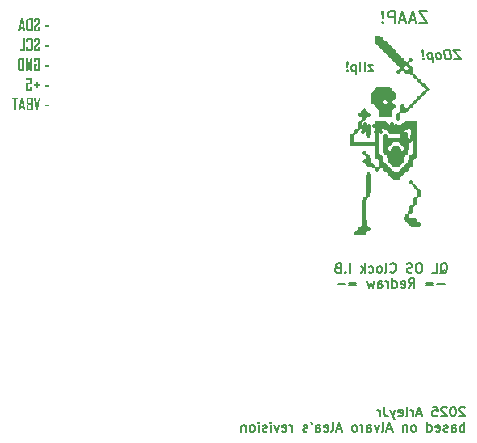
<source format=gbr>
%TF.GenerationSoftware,KiCad,Pcbnew,9.0.0*%
%TF.CreationDate,2025-11-02T14:13:05+01:00*%
%TF.ProjectId,QL_Minerva_MK2_SMD,514c5f4d-696e-4657-9276-615f4d4b325f,0.0*%
%TF.SameCoordinates,Original*%
%TF.FileFunction,Legend,Bot*%
%TF.FilePolarity,Positive*%
%FSLAX46Y46*%
G04 Gerber Fmt 4.6, Leading zero omitted, Abs format (unit mm)*
G04 Created by KiCad (PCBNEW 9.0.0) date 2025-11-02 14:13:05*
%MOMM*%
%LPD*%
G01*
G04 APERTURE LIST*
%ADD10C,0.200000*%
%ADD11C,0.150000*%
%ADD12C,0.120000*%
%ADD13C,0.300000*%
%ADD14C,0.000000*%
G04 APERTURE END LIST*
D10*
X92953570Y-66352219D02*
X92286904Y-66352219D01*
X92286904Y-66352219D02*
X92953570Y-67352219D01*
X92953570Y-67352219D02*
X92286904Y-67352219D01*
X91953570Y-67066504D02*
X91477380Y-67066504D01*
X92048808Y-67352219D02*
X91715475Y-66352219D01*
X91715475Y-66352219D02*
X91382142Y-67352219D01*
X91096427Y-67066504D02*
X90620237Y-67066504D01*
X91191665Y-67352219D02*
X90858332Y-66352219D01*
X90858332Y-66352219D02*
X90524999Y-67352219D01*
X90191665Y-67352219D02*
X90191665Y-66352219D01*
X90191665Y-66352219D02*
X89810713Y-66352219D01*
X89810713Y-66352219D02*
X89715475Y-66399838D01*
X89715475Y-66399838D02*
X89667856Y-66447457D01*
X89667856Y-66447457D02*
X89620237Y-66542695D01*
X89620237Y-66542695D02*
X89620237Y-66685552D01*
X89620237Y-66685552D02*
X89667856Y-66780790D01*
X89667856Y-66780790D02*
X89715475Y-66828409D01*
X89715475Y-66828409D02*
X89810713Y-66876028D01*
X89810713Y-66876028D02*
X90191665Y-66876028D01*
X89191665Y-67256980D02*
X89144046Y-67304600D01*
X89144046Y-67304600D02*
X89191665Y-67352219D01*
X89191665Y-67352219D02*
X89239284Y-67304600D01*
X89239284Y-67304600D02*
X89191665Y-67256980D01*
X89191665Y-67256980D02*
X89191665Y-67352219D01*
X89191665Y-66971266D02*
X89239284Y-66399838D01*
X89239284Y-66399838D02*
X89191665Y-66352219D01*
X89191665Y-66352219D02*
X89144046Y-66399838D01*
X89144046Y-66399838D02*
X89191665Y-66971266D01*
X89191665Y-66971266D02*
X89191665Y-66352219D01*
D11*
X88385546Y-70885961D02*
X87966498Y-70885961D01*
X87966498Y-70885961D02*
X88385546Y-71419295D01*
X88385546Y-71419295D02*
X87966498Y-71419295D01*
X87661736Y-71419295D02*
X87661736Y-70619295D01*
X87280784Y-71419295D02*
X87280784Y-70619295D01*
X86899832Y-70885961D02*
X86899832Y-71685961D01*
X86899832Y-70924057D02*
X86823642Y-70885961D01*
X86823642Y-70885961D02*
X86671261Y-70885961D01*
X86671261Y-70885961D02*
X86595070Y-70924057D01*
X86595070Y-70924057D02*
X86556975Y-70962152D01*
X86556975Y-70962152D02*
X86518880Y-71038342D01*
X86518880Y-71038342D02*
X86518880Y-71266914D01*
X86518880Y-71266914D02*
X86556975Y-71343104D01*
X86556975Y-71343104D02*
X86595070Y-71381200D01*
X86595070Y-71381200D02*
X86671261Y-71419295D01*
X86671261Y-71419295D02*
X86823642Y-71419295D01*
X86823642Y-71419295D02*
X86899832Y-71381200D01*
X86176022Y-71343104D02*
X86137927Y-71381200D01*
X86137927Y-71381200D02*
X86176022Y-71419295D01*
X86176022Y-71419295D02*
X86214118Y-71381200D01*
X86214118Y-71381200D02*
X86176022Y-71343104D01*
X86176022Y-71343104D02*
X86176022Y-71419295D01*
X86176022Y-71114533D02*
X86214118Y-70657390D01*
X86214118Y-70657390D02*
X86176022Y-70619295D01*
X86176022Y-70619295D02*
X86137927Y-70657390D01*
X86137927Y-70657390D02*
X86176022Y-71114533D01*
X86176022Y-71114533D02*
X86176022Y-70619295D01*
X94052380Y-88557530D02*
X94128570Y-88519435D01*
X94128570Y-88519435D02*
X94204761Y-88443245D01*
X94204761Y-88443245D02*
X94319047Y-88328959D01*
X94319047Y-88328959D02*
X94395237Y-88290864D01*
X94395237Y-88290864D02*
X94471428Y-88290864D01*
X94433332Y-88481340D02*
X94509523Y-88443245D01*
X94509523Y-88443245D02*
X94585713Y-88367054D01*
X94585713Y-88367054D02*
X94623809Y-88214673D01*
X94623809Y-88214673D02*
X94623809Y-87948006D01*
X94623809Y-87948006D02*
X94585713Y-87795625D01*
X94585713Y-87795625D02*
X94509523Y-87719435D01*
X94509523Y-87719435D02*
X94433332Y-87681340D01*
X94433332Y-87681340D02*
X94280951Y-87681340D01*
X94280951Y-87681340D02*
X94204761Y-87719435D01*
X94204761Y-87719435D02*
X94128570Y-87795625D01*
X94128570Y-87795625D02*
X94090475Y-87948006D01*
X94090475Y-87948006D02*
X94090475Y-88214673D01*
X94090475Y-88214673D02*
X94128570Y-88367054D01*
X94128570Y-88367054D02*
X94204761Y-88443245D01*
X94204761Y-88443245D02*
X94280951Y-88481340D01*
X94280951Y-88481340D02*
X94433332Y-88481340D01*
X93366666Y-88481340D02*
X93747618Y-88481340D01*
X93747618Y-88481340D02*
X93747618Y-87681340D01*
X92338094Y-87681340D02*
X92185713Y-87681340D01*
X92185713Y-87681340D02*
X92109523Y-87719435D01*
X92109523Y-87719435D02*
X92033332Y-87795625D01*
X92033332Y-87795625D02*
X91995237Y-87948006D01*
X91995237Y-87948006D02*
X91995237Y-88214673D01*
X91995237Y-88214673D02*
X92033332Y-88367054D01*
X92033332Y-88367054D02*
X92109523Y-88443245D01*
X92109523Y-88443245D02*
X92185713Y-88481340D01*
X92185713Y-88481340D02*
X92338094Y-88481340D01*
X92338094Y-88481340D02*
X92414285Y-88443245D01*
X92414285Y-88443245D02*
X92490475Y-88367054D01*
X92490475Y-88367054D02*
X92528571Y-88214673D01*
X92528571Y-88214673D02*
X92528571Y-87948006D01*
X92528571Y-87948006D02*
X92490475Y-87795625D01*
X92490475Y-87795625D02*
X92414285Y-87719435D01*
X92414285Y-87719435D02*
X92338094Y-87681340D01*
X91690476Y-88443245D02*
X91576190Y-88481340D01*
X91576190Y-88481340D02*
X91385714Y-88481340D01*
X91385714Y-88481340D02*
X91309523Y-88443245D01*
X91309523Y-88443245D02*
X91271428Y-88405149D01*
X91271428Y-88405149D02*
X91233333Y-88328959D01*
X91233333Y-88328959D02*
X91233333Y-88252768D01*
X91233333Y-88252768D02*
X91271428Y-88176578D01*
X91271428Y-88176578D02*
X91309523Y-88138483D01*
X91309523Y-88138483D02*
X91385714Y-88100387D01*
X91385714Y-88100387D02*
X91538095Y-88062292D01*
X91538095Y-88062292D02*
X91614285Y-88024197D01*
X91614285Y-88024197D02*
X91652380Y-87986102D01*
X91652380Y-87986102D02*
X91690476Y-87909911D01*
X91690476Y-87909911D02*
X91690476Y-87833721D01*
X91690476Y-87833721D02*
X91652380Y-87757530D01*
X91652380Y-87757530D02*
X91614285Y-87719435D01*
X91614285Y-87719435D02*
X91538095Y-87681340D01*
X91538095Y-87681340D02*
X91347618Y-87681340D01*
X91347618Y-87681340D02*
X91233333Y-87719435D01*
X89823808Y-88405149D02*
X89861904Y-88443245D01*
X89861904Y-88443245D02*
X89976189Y-88481340D01*
X89976189Y-88481340D02*
X90052380Y-88481340D01*
X90052380Y-88481340D02*
X90166666Y-88443245D01*
X90166666Y-88443245D02*
X90242856Y-88367054D01*
X90242856Y-88367054D02*
X90280951Y-88290864D01*
X90280951Y-88290864D02*
X90319047Y-88138483D01*
X90319047Y-88138483D02*
X90319047Y-88024197D01*
X90319047Y-88024197D02*
X90280951Y-87871816D01*
X90280951Y-87871816D02*
X90242856Y-87795625D01*
X90242856Y-87795625D02*
X90166666Y-87719435D01*
X90166666Y-87719435D02*
X90052380Y-87681340D01*
X90052380Y-87681340D02*
X89976189Y-87681340D01*
X89976189Y-87681340D02*
X89861904Y-87719435D01*
X89861904Y-87719435D02*
X89823808Y-87757530D01*
X89366666Y-88481340D02*
X89442856Y-88443245D01*
X89442856Y-88443245D02*
X89480951Y-88367054D01*
X89480951Y-88367054D02*
X89480951Y-87681340D01*
X88947618Y-88481340D02*
X89023808Y-88443245D01*
X89023808Y-88443245D02*
X89061903Y-88405149D01*
X89061903Y-88405149D02*
X89099999Y-88328959D01*
X89099999Y-88328959D02*
X89099999Y-88100387D01*
X89099999Y-88100387D02*
X89061903Y-88024197D01*
X89061903Y-88024197D02*
X89023808Y-87986102D01*
X89023808Y-87986102D02*
X88947618Y-87948006D01*
X88947618Y-87948006D02*
X88833332Y-87948006D01*
X88833332Y-87948006D02*
X88757141Y-87986102D01*
X88757141Y-87986102D02*
X88719046Y-88024197D01*
X88719046Y-88024197D02*
X88680951Y-88100387D01*
X88680951Y-88100387D02*
X88680951Y-88328959D01*
X88680951Y-88328959D02*
X88719046Y-88405149D01*
X88719046Y-88405149D02*
X88757141Y-88443245D01*
X88757141Y-88443245D02*
X88833332Y-88481340D01*
X88833332Y-88481340D02*
X88947618Y-88481340D01*
X87995236Y-88443245D02*
X88071427Y-88481340D01*
X88071427Y-88481340D02*
X88223808Y-88481340D01*
X88223808Y-88481340D02*
X88299998Y-88443245D01*
X88299998Y-88443245D02*
X88338093Y-88405149D01*
X88338093Y-88405149D02*
X88376189Y-88328959D01*
X88376189Y-88328959D02*
X88376189Y-88100387D01*
X88376189Y-88100387D02*
X88338093Y-88024197D01*
X88338093Y-88024197D02*
X88299998Y-87986102D01*
X88299998Y-87986102D02*
X88223808Y-87948006D01*
X88223808Y-87948006D02*
X88071427Y-87948006D01*
X88071427Y-87948006D02*
X87995236Y-87986102D01*
X87652379Y-88481340D02*
X87652379Y-87681340D01*
X87576189Y-88176578D02*
X87347617Y-88481340D01*
X87347617Y-87948006D02*
X87652379Y-88252768D01*
X86395236Y-88481340D02*
X86395236Y-87681340D01*
X86014284Y-88405149D02*
X85976189Y-88443245D01*
X85976189Y-88443245D02*
X86014284Y-88481340D01*
X86014284Y-88481340D02*
X86052380Y-88443245D01*
X86052380Y-88443245D02*
X86014284Y-88405149D01*
X86014284Y-88405149D02*
X86014284Y-88481340D01*
X85366666Y-88062292D02*
X85252380Y-88100387D01*
X85252380Y-88100387D02*
X85214285Y-88138483D01*
X85214285Y-88138483D02*
X85176189Y-88214673D01*
X85176189Y-88214673D02*
X85176189Y-88328959D01*
X85176189Y-88328959D02*
X85214285Y-88405149D01*
X85214285Y-88405149D02*
X85252380Y-88443245D01*
X85252380Y-88443245D02*
X85328570Y-88481340D01*
X85328570Y-88481340D02*
X85633332Y-88481340D01*
X85633332Y-88481340D02*
X85633332Y-87681340D01*
X85633332Y-87681340D02*
X85366666Y-87681340D01*
X85366666Y-87681340D02*
X85290475Y-87719435D01*
X85290475Y-87719435D02*
X85252380Y-87757530D01*
X85252380Y-87757530D02*
X85214285Y-87833721D01*
X85214285Y-87833721D02*
X85214285Y-87909911D01*
X85214285Y-87909911D02*
X85252380Y-87986102D01*
X85252380Y-87986102D02*
X85290475Y-88024197D01*
X85290475Y-88024197D02*
X85366666Y-88062292D01*
X85366666Y-88062292D02*
X85633332Y-88062292D01*
X94433332Y-89464533D02*
X93823809Y-89464533D01*
X93442856Y-89350247D02*
X92833333Y-89350247D01*
X92833333Y-89578819D02*
X93442856Y-89578819D01*
X91385713Y-89769295D02*
X91652380Y-89388342D01*
X91842856Y-89769295D02*
X91842856Y-88969295D01*
X91842856Y-88969295D02*
X91538094Y-88969295D01*
X91538094Y-88969295D02*
X91461904Y-89007390D01*
X91461904Y-89007390D02*
X91423809Y-89045485D01*
X91423809Y-89045485D02*
X91385713Y-89121676D01*
X91385713Y-89121676D02*
X91385713Y-89235961D01*
X91385713Y-89235961D02*
X91423809Y-89312152D01*
X91423809Y-89312152D02*
X91461904Y-89350247D01*
X91461904Y-89350247D02*
X91538094Y-89388342D01*
X91538094Y-89388342D02*
X91842856Y-89388342D01*
X90738094Y-89731200D02*
X90814285Y-89769295D01*
X90814285Y-89769295D02*
X90966666Y-89769295D01*
X90966666Y-89769295D02*
X91042856Y-89731200D01*
X91042856Y-89731200D02*
X91080952Y-89655009D01*
X91080952Y-89655009D02*
X91080952Y-89350247D01*
X91080952Y-89350247D02*
X91042856Y-89274057D01*
X91042856Y-89274057D02*
X90966666Y-89235961D01*
X90966666Y-89235961D02*
X90814285Y-89235961D01*
X90814285Y-89235961D02*
X90738094Y-89274057D01*
X90738094Y-89274057D02*
X90699999Y-89350247D01*
X90699999Y-89350247D02*
X90699999Y-89426438D01*
X90699999Y-89426438D02*
X91080952Y-89502628D01*
X90014285Y-89769295D02*
X90014285Y-88969295D01*
X90014285Y-89731200D02*
X90090476Y-89769295D01*
X90090476Y-89769295D02*
X90242857Y-89769295D01*
X90242857Y-89769295D02*
X90319047Y-89731200D01*
X90319047Y-89731200D02*
X90357142Y-89693104D01*
X90357142Y-89693104D02*
X90395238Y-89616914D01*
X90395238Y-89616914D02*
X90395238Y-89388342D01*
X90395238Y-89388342D02*
X90357142Y-89312152D01*
X90357142Y-89312152D02*
X90319047Y-89274057D01*
X90319047Y-89274057D02*
X90242857Y-89235961D01*
X90242857Y-89235961D02*
X90090476Y-89235961D01*
X90090476Y-89235961D02*
X90014285Y-89274057D01*
X89633332Y-89769295D02*
X89633332Y-89235961D01*
X89633332Y-89388342D02*
X89595237Y-89312152D01*
X89595237Y-89312152D02*
X89557142Y-89274057D01*
X89557142Y-89274057D02*
X89480951Y-89235961D01*
X89480951Y-89235961D02*
X89404761Y-89235961D01*
X88795237Y-89769295D02*
X88795237Y-89350247D01*
X88795237Y-89350247D02*
X88833332Y-89274057D01*
X88833332Y-89274057D02*
X88909523Y-89235961D01*
X88909523Y-89235961D02*
X89061904Y-89235961D01*
X89061904Y-89235961D02*
X89138094Y-89274057D01*
X88795237Y-89731200D02*
X88871428Y-89769295D01*
X88871428Y-89769295D02*
X89061904Y-89769295D01*
X89061904Y-89769295D02*
X89138094Y-89731200D01*
X89138094Y-89731200D02*
X89176190Y-89655009D01*
X89176190Y-89655009D02*
X89176190Y-89578819D01*
X89176190Y-89578819D02*
X89138094Y-89502628D01*
X89138094Y-89502628D02*
X89061904Y-89464533D01*
X89061904Y-89464533D02*
X88871428Y-89464533D01*
X88871428Y-89464533D02*
X88795237Y-89426438D01*
X88490475Y-89235961D02*
X88338094Y-89769295D01*
X88338094Y-89769295D02*
X88185713Y-89388342D01*
X88185713Y-89388342D02*
X88033332Y-89769295D01*
X88033332Y-89769295D02*
X87880951Y-89235961D01*
X86966665Y-89350247D02*
X86357142Y-89350247D01*
X86357142Y-89578819D02*
X86966665Y-89578819D01*
X85976189Y-89464533D02*
X85366666Y-89464533D01*
X96123935Y-99932530D02*
X96085839Y-99894435D01*
X96085839Y-99894435D02*
X96009649Y-99856340D01*
X96009649Y-99856340D02*
X95819173Y-99856340D01*
X95819173Y-99856340D02*
X95742982Y-99894435D01*
X95742982Y-99894435D02*
X95704887Y-99932530D01*
X95704887Y-99932530D02*
X95666792Y-100008721D01*
X95666792Y-100008721D02*
X95666792Y-100084911D01*
X95666792Y-100084911D02*
X95704887Y-100199197D01*
X95704887Y-100199197D02*
X96162030Y-100656340D01*
X96162030Y-100656340D02*
X95666792Y-100656340D01*
X95171553Y-99856340D02*
X95095363Y-99856340D01*
X95095363Y-99856340D02*
X95019172Y-99894435D01*
X95019172Y-99894435D02*
X94981077Y-99932530D01*
X94981077Y-99932530D02*
X94942982Y-100008721D01*
X94942982Y-100008721D02*
X94904887Y-100161102D01*
X94904887Y-100161102D02*
X94904887Y-100351578D01*
X94904887Y-100351578D02*
X94942982Y-100503959D01*
X94942982Y-100503959D02*
X94981077Y-100580149D01*
X94981077Y-100580149D02*
X95019172Y-100618245D01*
X95019172Y-100618245D02*
X95095363Y-100656340D01*
X95095363Y-100656340D02*
X95171553Y-100656340D01*
X95171553Y-100656340D02*
X95247744Y-100618245D01*
X95247744Y-100618245D02*
X95285839Y-100580149D01*
X95285839Y-100580149D02*
X95323934Y-100503959D01*
X95323934Y-100503959D02*
X95362030Y-100351578D01*
X95362030Y-100351578D02*
X95362030Y-100161102D01*
X95362030Y-100161102D02*
X95323934Y-100008721D01*
X95323934Y-100008721D02*
X95285839Y-99932530D01*
X95285839Y-99932530D02*
X95247744Y-99894435D01*
X95247744Y-99894435D02*
X95171553Y-99856340D01*
X94600125Y-99932530D02*
X94562029Y-99894435D01*
X94562029Y-99894435D02*
X94485839Y-99856340D01*
X94485839Y-99856340D02*
X94295363Y-99856340D01*
X94295363Y-99856340D02*
X94219172Y-99894435D01*
X94219172Y-99894435D02*
X94181077Y-99932530D01*
X94181077Y-99932530D02*
X94142982Y-100008721D01*
X94142982Y-100008721D02*
X94142982Y-100084911D01*
X94142982Y-100084911D02*
X94181077Y-100199197D01*
X94181077Y-100199197D02*
X94638220Y-100656340D01*
X94638220Y-100656340D02*
X94142982Y-100656340D01*
X93419172Y-99856340D02*
X93800124Y-99856340D01*
X93800124Y-99856340D02*
X93838220Y-100237292D01*
X93838220Y-100237292D02*
X93800124Y-100199197D01*
X93800124Y-100199197D02*
X93723934Y-100161102D01*
X93723934Y-100161102D02*
X93533458Y-100161102D01*
X93533458Y-100161102D02*
X93457267Y-100199197D01*
X93457267Y-100199197D02*
X93419172Y-100237292D01*
X93419172Y-100237292D02*
X93381077Y-100313483D01*
X93381077Y-100313483D02*
X93381077Y-100503959D01*
X93381077Y-100503959D02*
X93419172Y-100580149D01*
X93419172Y-100580149D02*
X93457267Y-100618245D01*
X93457267Y-100618245D02*
X93533458Y-100656340D01*
X93533458Y-100656340D02*
X93723934Y-100656340D01*
X93723934Y-100656340D02*
X93800124Y-100618245D01*
X93800124Y-100618245D02*
X93838220Y-100580149D01*
X92466791Y-100427768D02*
X92085838Y-100427768D01*
X92542981Y-100656340D02*
X92276314Y-99856340D01*
X92276314Y-99856340D02*
X92009648Y-100656340D01*
X91742981Y-100656340D02*
X91742981Y-100123006D01*
X91742981Y-100275387D02*
X91704886Y-100199197D01*
X91704886Y-100199197D02*
X91666791Y-100161102D01*
X91666791Y-100161102D02*
X91590600Y-100123006D01*
X91590600Y-100123006D02*
X91514410Y-100123006D01*
X91133458Y-100656340D02*
X91209648Y-100618245D01*
X91209648Y-100618245D02*
X91247743Y-100542054D01*
X91247743Y-100542054D02*
X91247743Y-99856340D01*
X90523933Y-100618245D02*
X90600124Y-100656340D01*
X90600124Y-100656340D02*
X90752505Y-100656340D01*
X90752505Y-100656340D02*
X90828695Y-100618245D01*
X90828695Y-100618245D02*
X90866791Y-100542054D01*
X90866791Y-100542054D02*
X90866791Y-100237292D01*
X90866791Y-100237292D02*
X90828695Y-100161102D01*
X90828695Y-100161102D02*
X90752505Y-100123006D01*
X90752505Y-100123006D02*
X90600124Y-100123006D01*
X90600124Y-100123006D02*
X90523933Y-100161102D01*
X90523933Y-100161102D02*
X90485838Y-100237292D01*
X90485838Y-100237292D02*
X90485838Y-100313483D01*
X90485838Y-100313483D02*
X90866791Y-100389673D01*
X90219172Y-100123006D02*
X90028696Y-100656340D01*
X89838219Y-100123006D02*
X90028696Y-100656340D01*
X90028696Y-100656340D02*
X90104886Y-100846816D01*
X90104886Y-100846816D02*
X90142981Y-100884911D01*
X90142981Y-100884911D02*
X90219172Y-100923006D01*
X89304886Y-99856340D02*
X89304886Y-100427768D01*
X89304886Y-100427768D02*
X89342981Y-100542054D01*
X89342981Y-100542054D02*
X89419172Y-100618245D01*
X89419172Y-100618245D02*
X89533457Y-100656340D01*
X89533457Y-100656340D02*
X89609648Y-100656340D01*
X88923933Y-100656340D02*
X88923933Y-100123006D01*
X88923933Y-100275387D02*
X88885838Y-100199197D01*
X88885838Y-100199197D02*
X88847743Y-100161102D01*
X88847743Y-100161102D02*
X88771552Y-100123006D01*
X88771552Y-100123006D02*
X88695362Y-100123006D01*
X96085839Y-101944295D02*
X96085839Y-101144295D01*
X96085839Y-101449057D02*
X96009649Y-101410961D01*
X96009649Y-101410961D02*
X95857268Y-101410961D01*
X95857268Y-101410961D02*
X95781077Y-101449057D01*
X95781077Y-101449057D02*
X95742982Y-101487152D01*
X95742982Y-101487152D02*
X95704887Y-101563342D01*
X95704887Y-101563342D02*
X95704887Y-101791914D01*
X95704887Y-101791914D02*
X95742982Y-101868104D01*
X95742982Y-101868104D02*
X95781077Y-101906200D01*
X95781077Y-101906200D02*
X95857268Y-101944295D01*
X95857268Y-101944295D02*
X96009649Y-101944295D01*
X96009649Y-101944295D02*
X96085839Y-101906200D01*
X95019172Y-101944295D02*
X95019172Y-101525247D01*
X95019172Y-101525247D02*
X95057267Y-101449057D01*
X95057267Y-101449057D02*
X95133458Y-101410961D01*
X95133458Y-101410961D02*
X95285839Y-101410961D01*
X95285839Y-101410961D02*
X95362029Y-101449057D01*
X95019172Y-101906200D02*
X95095363Y-101944295D01*
X95095363Y-101944295D02*
X95285839Y-101944295D01*
X95285839Y-101944295D02*
X95362029Y-101906200D01*
X95362029Y-101906200D02*
X95400125Y-101830009D01*
X95400125Y-101830009D02*
X95400125Y-101753819D01*
X95400125Y-101753819D02*
X95362029Y-101677628D01*
X95362029Y-101677628D02*
X95285839Y-101639533D01*
X95285839Y-101639533D02*
X95095363Y-101639533D01*
X95095363Y-101639533D02*
X95019172Y-101601438D01*
X94676315Y-101906200D02*
X94600124Y-101944295D01*
X94600124Y-101944295D02*
X94447743Y-101944295D01*
X94447743Y-101944295D02*
X94371553Y-101906200D01*
X94371553Y-101906200D02*
X94333457Y-101830009D01*
X94333457Y-101830009D02*
X94333457Y-101791914D01*
X94333457Y-101791914D02*
X94371553Y-101715723D01*
X94371553Y-101715723D02*
X94447743Y-101677628D01*
X94447743Y-101677628D02*
X94562029Y-101677628D01*
X94562029Y-101677628D02*
X94638219Y-101639533D01*
X94638219Y-101639533D02*
X94676315Y-101563342D01*
X94676315Y-101563342D02*
X94676315Y-101525247D01*
X94676315Y-101525247D02*
X94638219Y-101449057D01*
X94638219Y-101449057D02*
X94562029Y-101410961D01*
X94562029Y-101410961D02*
X94447743Y-101410961D01*
X94447743Y-101410961D02*
X94371553Y-101449057D01*
X93685838Y-101906200D02*
X93762029Y-101944295D01*
X93762029Y-101944295D02*
X93914410Y-101944295D01*
X93914410Y-101944295D02*
X93990600Y-101906200D01*
X93990600Y-101906200D02*
X94028696Y-101830009D01*
X94028696Y-101830009D02*
X94028696Y-101525247D01*
X94028696Y-101525247D02*
X93990600Y-101449057D01*
X93990600Y-101449057D02*
X93914410Y-101410961D01*
X93914410Y-101410961D02*
X93762029Y-101410961D01*
X93762029Y-101410961D02*
X93685838Y-101449057D01*
X93685838Y-101449057D02*
X93647743Y-101525247D01*
X93647743Y-101525247D02*
X93647743Y-101601438D01*
X93647743Y-101601438D02*
X94028696Y-101677628D01*
X92962029Y-101944295D02*
X92962029Y-101144295D01*
X92962029Y-101906200D02*
X93038220Y-101944295D01*
X93038220Y-101944295D02*
X93190601Y-101944295D01*
X93190601Y-101944295D02*
X93266791Y-101906200D01*
X93266791Y-101906200D02*
X93304886Y-101868104D01*
X93304886Y-101868104D02*
X93342982Y-101791914D01*
X93342982Y-101791914D02*
X93342982Y-101563342D01*
X93342982Y-101563342D02*
X93304886Y-101487152D01*
X93304886Y-101487152D02*
X93266791Y-101449057D01*
X93266791Y-101449057D02*
X93190601Y-101410961D01*
X93190601Y-101410961D02*
X93038220Y-101410961D01*
X93038220Y-101410961D02*
X92962029Y-101449057D01*
X91857267Y-101944295D02*
X91933457Y-101906200D01*
X91933457Y-101906200D02*
X91971552Y-101868104D01*
X91971552Y-101868104D02*
X92009648Y-101791914D01*
X92009648Y-101791914D02*
X92009648Y-101563342D01*
X92009648Y-101563342D02*
X91971552Y-101487152D01*
X91971552Y-101487152D02*
X91933457Y-101449057D01*
X91933457Y-101449057D02*
X91857267Y-101410961D01*
X91857267Y-101410961D02*
X91742981Y-101410961D01*
X91742981Y-101410961D02*
X91666790Y-101449057D01*
X91666790Y-101449057D02*
X91628695Y-101487152D01*
X91628695Y-101487152D02*
X91590600Y-101563342D01*
X91590600Y-101563342D02*
X91590600Y-101791914D01*
X91590600Y-101791914D02*
X91628695Y-101868104D01*
X91628695Y-101868104D02*
X91666790Y-101906200D01*
X91666790Y-101906200D02*
X91742981Y-101944295D01*
X91742981Y-101944295D02*
X91857267Y-101944295D01*
X91247742Y-101410961D02*
X91247742Y-101944295D01*
X91247742Y-101487152D02*
X91209647Y-101449057D01*
X91209647Y-101449057D02*
X91133457Y-101410961D01*
X91133457Y-101410961D02*
X91019171Y-101410961D01*
X91019171Y-101410961D02*
X90942980Y-101449057D01*
X90942980Y-101449057D02*
X90904885Y-101525247D01*
X90904885Y-101525247D02*
X90904885Y-101944295D01*
X89952504Y-101715723D02*
X89571551Y-101715723D01*
X90028694Y-101944295D02*
X89762027Y-101144295D01*
X89762027Y-101144295D02*
X89495361Y-101944295D01*
X89114409Y-101944295D02*
X89190599Y-101906200D01*
X89190599Y-101906200D02*
X89228694Y-101830009D01*
X89228694Y-101830009D02*
X89228694Y-101144295D01*
X88885837Y-101410961D02*
X88695361Y-101944295D01*
X88695361Y-101944295D02*
X88504884Y-101410961D01*
X87857265Y-101944295D02*
X87857265Y-101525247D01*
X87857265Y-101525247D02*
X87895360Y-101449057D01*
X87895360Y-101449057D02*
X87971551Y-101410961D01*
X87971551Y-101410961D02*
X88123932Y-101410961D01*
X88123932Y-101410961D02*
X88200122Y-101449057D01*
X87857265Y-101906200D02*
X87933456Y-101944295D01*
X87933456Y-101944295D02*
X88123932Y-101944295D01*
X88123932Y-101944295D02*
X88200122Y-101906200D01*
X88200122Y-101906200D02*
X88238218Y-101830009D01*
X88238218Y-101830009D02*
X88238218Y-101753819D01*
X88238218Y-101753819D02*
X88200122Y-101677628D01*
X88200122Y-101677628D02*
X88123932Y-101639533D01*
X88123932Y-101639533D02*
X87933456Y-101639533D01*
X87933456Y-101639533D02*
X87857265Y-101601438D01*
X87476312Y-101944295D02*
X87476312Y-101410961D01*
X87476312Y-101563342D02*
X87438217Y-101487152D01*
X87438217Y-101487152D02*
X87400122Y-101449057D01*
X87400122Y-101449057D02*
X87323931Y-101410961D01*
X87323931Y-101410961D02*
X87247741Y-101410961D01*
X86866789Y-101944295D02*
X86942979Y-101906200D01*
X86942979Y-101906200D02*
X86981074Y-101868104D01*
X86981074Y-101868104D02*
X87019170Y-101791914D01*
X87019170Y-101791914D02*
X87019170Y-101563342D01*
X87019170Y-101563342D02*
X86981074Y-101487152D01*
X86981074Y-101487152D02*
X86942979Y-101449057D01*
X86942979Y-101449057D02*
X86866789Y-101410961D01*
X86866789Y-101410961D02*
X86752503Y-101410961D01*
X86752503Y-101410961D02*
X86676312Y-101449057D01*
X86676312Y-101449057D02*
X86638217Y-101487152D01*
X86638217Y-101487152D02*
X86600122Y-101563342D01*
X86600122Y-101563342D02*
X86600122Y-101791914D01*
X86600122Y-101791914D02*
X86638217Y-101868104D01*
X86638217Y-101868104D02*
X86676312Y-101906200D01*
X86676312Y-101906200D02*
X86752503Y-101944295D01*
X86752503Y-101944295D02*
X86866789Y-101944295D01*
X85685836Y-101715723D02*
X85304883Y-101715723D01*
X85762026Y-101944295D02*
X85495359Y-101144295D01*
X85495359Y-101144295D02*
X85228693Y-101944295D01*
X84847741Y-101944295D02*
X84923931Y-101906200D01*
X84923931Y-101906200D02*
X84962026Y-101830009D01*
X84962026Y-101830009D02*
X84962026Y-101144295D01*
X84238216Y-101906200D02*
X84314407Y-101944295D01*
X84314407Y-101944295D02*
X84466788Y-101944295D01*
X84466788Y-101944295D02*
X84542978Y-101906200D01*
X84542978Y-101906200D02*
X84581074Y-101830009D01*
X84581074Y-101830009D02*
X84581074Y-101525247D01*
X84581074Y-101525247D02*
X84542978Y-101449057D01*
X84542978Y-101449057D02*
X84466788Y-101410961D01*
X84466788Y-101410961D02*
X84314407Y-101410961D01*
X84314407Y-101410961D02*
X84238216Y-101449057D01*
X84238216Y-101449057D02*
X84200121Y-101525247D01*
X84200121Y-101525247D02*
X84200121Y-101601438D01*
X84200121Y-101601438D02*
X84581074Y-101677628D01*
X83514407Y-101944295D02*
X83514407Y-101525247D01*
X83514407Y-101525247D02*
X83552502Y-101449057D01*
X83552502Y-101449057D02*
X83628693Y-101410961D01*
X83628693Y-101410961D02*
X83781074Y-101410961D01*
X83781074Y-101410961D02*
X83857264Y-101449057D01*
X83514407Y-101906200D02*
X83590598Y-101944295D01*
X83590598Y-101944295D02*
X83781074Y-101944295D01*
X83781074Y-101944295D02*
X83857264Y-101906200D01*
X83857264Y-101906200D02*
X83895360Y-101830009D01*
X83895360Y-101830009D02*
X83895360Y-101753819D01*
X83895360Y-101753819D02*
X83857264Y-101677628D01*
X83857264Y-101677628D02*
X83781074Y-101639533D01*
X83781074Y-101639533D02*
X83590598Y-101639533D01*
X83590598Y-101639533D02*
X83514407Y-101601438D01*
X83095359Y-101144295D02*
X83171550Y-101296676D01*
X82790598Y-101906200D02*
X82714407Y-101944295D01*
X82714407Y-101944295D02*
X82562026Y-101944295D01*
X82562026Y-101944295D02*
X82485836Y-101906200D01*
X82485836Y-101906200D02*
X82447740Y-101830009D01*
X82447740Y-101830009D02*
X82447740Y-101791914D01*
X82447740Y-101791914D02*
X82485836Y-101715723D01*
X82485836Y-101715723D02*
X82562026Y-101677628D01*
X82562026Y-101677628D02*
X82676312Y-101677628D01*
X82676312Y-101677628D02*
X82752502Y-101639533D01*
X82752502Y-101639533D02*
X82790598Y-101563342D01*
X82790598Y-101563342D02*
X82790598Y-101525247D01*
X82790598Y-101525247D02*
X82752502Y-101449057D01*
X82752502Y-101449057D02*
X82676312Y-101410961D01*
X82676312Y-101410961D02*
X82562026Y-101410961D01*
X82562026Y-101410961D02*
X82485836Y-101449057D01*
X81495359Y-101944295D02*
X81495359Y-101410961D01*
X81495359Y-101563342D02*
X81457264Y-101487152D01*
X81457264Y-101487152D02*
X81419169Y-101449057D01*
X81419169Y-101449057D02*
X81342978Y-101410961D01*
X81342978Y-101410961D02*
X81266788Y-101410961D01*
X80695359Y-101906200D02*
X80771550Y-101944295D01*
X80771550Y-101944295D02*
X80923931Y-101944295D01*
X80923931Y-101944295D02*
X81000121Y-101906200D01*
X81000121Y-101906200D02*
X81038217Y-101830009D01*
X81038217Y-101830009D02*
X81038217Y-101525247D01*
X81038217Y-101525247D02*
X81000121Y-101449057D01*
X81000121Y-101449057D02*
X80923931Y-101410961D01*
X80923931Y-101410961D02*
X80771550Y-101410961D01*
X80771550Y-101410961D02*
X80695359Y-101449057D01*
X80695359Y-101449057D02*
X80657264Y-101525247D01*
X80657264Y-101525247D02*
X80657264Y-101601438D01*
X80657264Y-101601438D02*
X81038217Y-101677628D01*
X80390598Y-101410961D02*
X80200122Y-101944295D01*
X80200122Y-101944295D02*
X80009645Y-101410961D01*
X79704883Y-101944295D02*
X79704883Y-101410961D01*
X79704883Y-101144295D02*
X79742979Y-101182390D01*
X79742979Y-101182390D02*
X79704883Y-101220485D01*
X79704883Y-101220485D02*
X79666788Y-101182390D01*
X79666788Y-101182390D02*
X79704883Y-101144295D01*
X79704883Y-101144295D02*
X79704883Y-101220485D01*
X79362027Y-101906200D02*
X79285836Y-101944295D01*
X79285836Y-101944295D02*
X79133455Y-101944295D01*
X79133455Y-101944295D02*
X79057265Y-101906200D01*
X79057265Y-101906200D02*
X79019169Y-101830009D01*
X79019169Y-101830009D02*
X79019169Y-101791914D01*
X79019169Y-101791914D02*
X79057265Y-101715723D01*
X79057265Y-101715723D02*
X79133455Y-101677628D01*
X79133455Y-101677628D02*
X79247741Y-101677628D01*
X79247741Y-101677628D02*
X79323931Y-101639533D01*
X79323931Y-101639533D02*
X79362027Y-101563342D01*
X79362027Y-101563342D02*
X79362027Y-101525247D01*
X79362027Y-101525247D02*
X79323931Y-101449057D01*
X79323931Y-101449057D02*
X79247741Y-101410961D01*
X79247741Y-101410961D02*
X79133455Y-101410961D01*
X79133455Y-101410961D02*
X79057265Y-101449057D01*
X78676312Y-101944295D02*
X78676312Y-101410961D01*
X78676312Y-101144295D02*
X78714408Y-101182390D01*
X78714408Y-101182390D02*
X78676312Y-101220485D01*
X78676312Y-101220485D02*
X78638217Y-101182390D01*
X78638217Y-101182390D02*
X78676312Y-101144295D01*
X78676312Y-101144295D02*
X78676312Y-101220485D01*
X78181075Y-101944295D02*
X78257265Y-101906200D01*
X78257265Y-101906200D02*
X78295360Y-101868104D01*
X78295360Y-101868104D02*
X78333456Y-101791914D01*
X78333456Y-101791914D02*
X78333456Y-101563342D01*
X78333456Y-101563342D02*
X78295360Y-101487152D01*
X78295360Y-101487152D02*
X78257265Y-101449057D01*
X78257265Y-101449057D02*
X78181075Y-101410961D01*
X78181075Y-101410961D02*
X78066789Y-101410961D01*
X78066789Y-101410961D02*
X77990598Y-101449057D01*
X77990598Y-101449057D02*
X77952503Y-101487152D01*
X77952503Y-101487152D02*
X77914408Y-101563342D01*
X77914408Y-101563342D02*
X77914408Y-101791914D01*
X77914408Y-101791914D02*
X77952503Y-101868104D01*
X77952503Y-101868104D02*
X77990598Y-101906200D01*
X77990598Y-101906200D02*
X78066789Y-101944295D01*
X78066789Y-101944295D02*
X78181075Y-101944295D01*
X77571550Y-101410961D02*
X77571550Y-101944295D01*
X77571550Y-101487152D02*
X77533455Y-101449057D01*
X77533455Y-101449057D02*
X77457265Y-101410961D01*
X77457265Y-101410961D02*
X77342979Y-101410961D01*
X77342979Y-101410961D02*
X77266788Y-101449057D01*
X77266788Y-101449057D02*
X77228693Y-101525247D01*
X77228693Y-101525247D02*
X77228693Y-101944295D01*
X95691792Y-69619295D02*
X95158458Y-69619295D01*
X95158458Y-69619295D02*
X95791792Y-70419295D01*
X95791792Y-70419295D02*
X95258458Y-70419295D01*
X94701315Y-69619295D02*
X94548934Y-69619295D01*
X94548934Y-69619295D02*
X94477506Y-69657390D01*
X94477506Y-69657390D02*
X94410839Y-69733580D01*
X94410839Y-69733580D02*
X94391791Y-69885961D01*
X94391791Y-69885961D02*
X94425125Y-70152628D01*
X94425125Y-70152628D02*
X94482268Y-70305009D01*
X94482268Y-70305009D02*
X94567982Y-70381200D01*
X94567982Y-70381200D02*
X94648934Y-70419295D01*
X94648934Y-70419295D02*
X94801315Y-70419295D01*
X94801315Y-70419295D02*
X94872744Y-70381200D01*
X94872744Y-70381200D02*
X94939411Y-70305009D01*
X94939411Y-70305009D02*
X94958458Y-70152628D01*
X94958458Y-70152628D02*
X94925125Y-69885961D01*
X94925125Y-69885961D02*
X94867982Y-69733580D01*
X94867982Y-69733580D02*
X94782268Y-69657390D01*
X94782268Y-69657390D02*
X94701315Y-69619295D01*
X94001316Y-70419295D02*
X94072744Y-70381200D01*
X94072744Y-70381200D02*
X94106077Y-70343104D01*
X94106077Y-70343104D02*
X94134649Y-70266914D01*
X94134649Y-70266914D02*
X94106077Y-70038342D01*
X94106077Y-70038342D02*
X94058458Y-69962152D01*
X94058458Y-69962152D02*
X94015601Y-69924057D01*
X94015601Y-69924057D02*
X93934649Y-69885961D01*
X93934649Y-69885961D02*
X93820363Y-69885961D01*
X93820363Y-69885961D02*
X93748935Y-69924057D01*
X93748935Y-69924057D02*
X93715601Y-69962152D01*
X93715601Y-69962152D02*
X93687030Y-70038342D01*
X93687030Y-70038342D02*
X93715601Y-70266914D01*
X93715601Y-70266914D02*
X93763220Y-70343104D01*
X93763220Y-70343104D02*
X93806077Y-70381200D01*
X93806077Y-70381200D02*
X93887030Y-70419295D01*
X93887030Y-70419295D02*
X94001316Y-70419295D01*
X93325125Y-69885961D02*
X93425125Y-70685961D01*
X93329886Y-69924057D02*
X93248934Y-69885961D01*
X93248934Y-69885961D02*
X93096553Y-69885961D01*
X93096553Y-69885961D02*
X93025125Y-69924057D01*
X93025125Y-69924057D02*
X92991791Y-69962152D01*
X92991791Y-69962152D02*
X92963220Y-70038342D01*
X92963220Y-70038342D02*
X92991791Y-70266914D01*
X92991791Y-70266914D02*
X93039410Y-70343104D01*
X93039410Y-70343104D02*
X93082267Y-70381200D01*
X93082267Y-70381200D02*
X93163220Y-70419295D01*
X93163220Y-70419295D02*
X93315601Y-70419295D01*
X93315601Y-70419295D02*
X93387029Y-70381200D01*
X92658457Y-70343104D02*
X92625124Y-70381200D01*
X92625124Y-70381200D02*
X92667981Y-70419295D01*
X92667981Y-70419295D02*
X92701315Y-70381200D01*
X92701315Y-70381200D02*
X92658457Y-70343104D01*
X92658457Y-70343104D02*
X92667981Y-70419295D01*
X92629886Y-70114533D02*
X92610838Y-69657390D01*
X92610838Y-69657390D02*
X92567981Y-69619295D01*
X92567981Y-69619295D02*
X92534648Y-69657390D01*
X92534648Y-69657390D02*
X92629886Y-70114533D01*
X92629886Y-70114533D02*
X92567981Y-69619295D01*
D12*
G36*
X60582217Y-67700013D02*
G01*
X60908098Y-67700013D01*
X60908098Y-67555422D01*
X60582217Y-67555422D01*
X60582217Y-67700013D01*
G37*
G36*
X59664413Y-67955308D02*
G01*
X59670640Y-67992792D01*
X59687590Y-68017876D01*
X59716155Y-68033848D01*
X59761378Y-68040000D01*
X60083168Y-68040000D01*
X60128019Y-68033867D01*
X60156391Y-68017925D01*
X60173257Y-67992845D01*
X60179460Y-67955308D01*
X60179460Y-67688290D01*
X60019603Y-67688290D01*
X60019603Y-67907131D01*
X59824270Y-67907131D01*
X59824270Y-67696106D01*
X60144595Y-67392206D01*
X60163864Y-67367974D01*
X60175441Y-67339856D01*
X60179460Y-67306660D01*
X60179460Y-67053930D01*
X60173257Y-67016394D01*
X60156391Y-66991313D01*
X60128019Y-66975372D01*
X60083168Y-66969239D01*
X59761378Y-66969239D01*
X59716015Y-66975333D01*
X59687460Y-66991112D01*
X59670591Y-67015788D01*
X59664413Y-67052526D01*
X59664413Y-67305317D01*
X59824270Y-67305317D01*
X59824270Y-67102107D01*
X60019603Y-67102107D01*
X60019603Y-67299455D01*
X59699279Y-67601950D01*
X59680139Y-67625818D01*
X59668502Y-67654341D01*
X59664413Y-67688900D01*
X59664413Y-67955308D01*
G37*
G36*
X59537773Y-68040000D02*
G01*
X59211953Y-68040000D01*
X59150807Y-68033506D01*
X59101348Y-68015286D01*
X59061011Y-67985961D01*
X59030585Y-67946625D01*
X59011703Y-67897821D01*
X59004958Y-67836789D01*
X59004958Y-67195835D01*
X59165486Y-67195835D01*
X59165486Y-67812060D01*
X59171957Y-67852944D01*
X59189359Y-67879912D01*
X59218180Y-67896793D01*
X59263183Y-67903224D01*
X59377916Y-67903224D01*
X59377916Y-67106015D01*
X59259092Y-67106015D01*
X59216202Y-67112272D01*
X59188572Y-67128775D01*
X59171766Y-67155331D01*
X59165486Y-67195835D01*
X59004958Y-67195835D01*
X59004958Y-67172449D01*
X59011680Y-67111862D01*
X59030542Y-67063151D01*
X59061011Y-67023644D01*
X59101375Y-66994105D01*
X59150834Y-66975770D01*
X59211953Y-66969239D01*
X59537773Y-66969239D01*
X59537773Y-68040000D01*
G37*
G36*
X58920205Y-68037252D02*
G01*
X58920205Y-68040000D01*
X58762424Y-68040000D01*
X58730307Y-67836789D01*
X58530150Y-67836789D01*
X58498032Y-68040000D01*
X58339579Y-68040000D01*
X58404858Y-67700013D01*
X58552681Y-67700013D01*
X58709118Y-67700013D01*
X58630594Y-67217390D01*
X58552681Y-67700013D01*
X58404858Y-67700013D01*
X58545170Y-66969239D01*
X58713210Y-66969239D01*
X58920205Y-68037252D01*
G37*
G36*
X60582217Y-69380013D02*
G01*
X60908098Y-69380013D01*
X60908098Y-69235422D01*
X60582217Y-69235422D01*
X60582217Y-69380013D01*
G37*
G36*
X59664413Y-69635308D02*
G01*
X59670640Y-69672792D01*
X59687590Y-69697876D01*
X59716155Y-69713848D01*
X59761378Y-69720000D01*
X60083168Y-69720000D01*
X60128019Y-69713867D01*
X60156391Y-69697925D01*
X60173257Y-69672845D01*
X60179460Y-69635308D01*
X60179460Y-69368290D01*
X60019603Y-69368290D01*
X60019603Y-69587131D01*
X59824270Y-69587131D01*
X59824270Y-69376106D01*
X60144595Y-69072206D01*
X60163864Y-69047974D01*
X60175441Y-69019856D01*
X60179460Y-68986660D01*
X60179460Y-68733930D01*
X60173257Y-68696394D01*
X60156391Y-68671313D01*
X60128019Y-68655372D01*
X60083168Y-68649239D01*
X59761378Y-68649239D01*
X59716015Y-68655333D01*
X59687460Y-68671112D01*
X59670591Y-68695788D01*
X59664413Y-68732526D01*
X59664413Y-68985317D01*
X59824270Y-68985317D01*
X59824270Y-68782107D01*
X60019603Y-68782107D01*
X60019603Y-68979455D01*
X59699279Y-69281950D01*
X59680139Y-69305818D01*
X59668502Y-69334341D01*
X59664413Y-69368900D01*
X59664413Y-69635308D01*
G37*
G36*
X59011796Y-69635308D02*
G01*
X59018048Y-69672735D01*
X59035089Y-69697823D01*
X59063865Y-69713827D01*
X59109494Y-69720000D01*
X59442824Y-69720000D01*
X59486934Y-69713904D01*
X59514918Y-69698025D01*
X59531616Y-69672951D01*
X59537773Y-69635308D01*
X59537773Y-68733930D01*
X59531616Y-68696288D01*
X59514918Y-68671214D01*
X59486934Y-68655334D01*
X59442824Y-68649239D01*
X59109494Y-68649239D01*
X59063865Y-68655411D01*
X59035089Y-68671416D01*
X59018048Y-68696503D01*
X59011796Y-68733930D01*
X59011796Y-69000949D01*
X59170982Y-69000949D01*
X59170982Y-68786015D01*
X59377916Y-68786015D01*
X59377916Y-69583224D01*
X59170982Y-69583224D01*
X59170982Y-69360474D01*
X59011796Y-69360474D01*
X59011796Y-69635308D01*
G37*
G36*
X58466036Y-69720000D02*
G01*
X58886133Y-69720000D01*
X58886133Y-68649239D01*
X58726277Y-68649239D01*
X58726277Y-69575408D01*
X58466036Y-69575408D01*
X58466036Y-69720000D01*
G37*
G36*
X60582217Y-71060013D02*
G01*
X60908098Y-71060013D01*
X60908098Y-70915422D01*
X60582217Y-70915422D01*
X60582217Y-71060013D01*
G37*
G36*
X59647988Y-71315308D02*
G01*
X59654239Y-71352735D01*
X59671281Y-71377823D01*
X59700057Y-71393827D01*
X59745685Y-71400000D01*
X60081763Y-71400000D01*
X60125874Y-71393904D01*
X60153858Y-71378025D01*
X60170555Y-71352951D01*
X60176713Y-71315308D01*
X60176713Y-70413930D01*
X60170486Y-70376446D01*
X60153536Y-70351362D01*
X60124971Y-70335391D01*
X60079748Y-70329239D01*
X59745685Y-70329239D01*
X59700057Y-70335411D01*
X59671281Y-70351416D01*
X59654239Y-70376503D01*
X59647988Y-70413930D01*
X59647988Y-70657501D01*
X59808517Y-70657501D01*
X59808517Y-70466015D01*
X60016856Y-70466015D01*
X60016856Y-71263224D01*
X59808517Y-71263224D01*
X59808517Y-70962316D01*
X59927402Y-70962316D01*
X59927402Y-70825540D01*
X59647988Y-70825540D01*
X59647988Y-71315308D01*
G37*
G36*
X58978518Y-71400000D02*
G01*
X59118531Y-71400000D01*
X59374680Y-70726072D01*
X59366667Y-70772885D01*
X59364483Y-70803375D01*
X59364483Y-71400000D01*
X59520188Y-71400000D01*
X59520188Y-70329239D01*
X59380176Y-70329239D01*
X59124026Y-70989488D01*
X59132039Y-70942676D01*
X59134223Y-70912185D01*
X59134223Y-70329239D01*
X58978518Y-70329239D01*
X58978518Y-71400000D01*
G37*
G36*
X58849986Y-71400000D02*
G01*
X58524166Y-71400000D01*
X58463019Y-71393506D01*
X58413560Y-71375286D01*
X58373224Y-71345961D01*
X58342797Y-71306625D01*
X58323916Y-71257821D01*
X58317170Y-71196789D01*
X58317170Y-70555835D01*
X58477698Y-70555835D01*
X58477698Y-71172060D01*
X58484169Y-71212944D01*
X58501571Y-71239912D01*
X58530392Y-71256793D01*
X58575396Y-71263224D01*
X58690129Y-71263224D01*
X58690129Y-70466015D01*
X58571304Y-70466015D01*
X58528414Y-70472272D01*
X58500784Y-70488775D01*
X58483978Y-70515331D01*
X58477698Y-70555835D01*
X58317170Y-70555835D01*
X58317170Y-70532449D01*
X58323892Y-70471862D01*
X58342754Y-70423151D01*
X58373224Y-70383644D01*
X58413588Y-70354105D01*
X58463046Y-70335770D01*
X58524166Y-70329239D01*
X58849986Y-70329239D01*
X58849986Y-71400000D01*
G37*
G36*
X60582217Y-72740013D02*
G01*
X60908098Y-72740013D01*
X60908098Y-72595422D01*
X60582217Y-72595422D01*
X60582217Y-72740013D01*
G37*
G36*
X59628204Y-72677487D02*
G01*
X59836543Y-72677487D01*
X59836543Y-72880697D01*
X59982051Y-72880697D01*
X59982051Y-72677487D01*
X60190390Y-72677487D01*
X60190390Y-72544619D01*
X59982051Y-72544619D01*
X59982051Y-72341409D01*
X59836543Y-72341409D01*
X59836543Y-72544619D01*
X59628204Y-72544619D01*
X59628204Y-72677487D01*
G37*
G36*
X59002393Y-72995308D02*
G01*
X59008622Y-73032787D01*
X59025579Y-73057872D01*
X59054162Y-73073846D01*
X59099419Y-73080000D01*
X59419804Y-73080000D01*
X59463915Y-73073904D01*
X59491898Y-73058025D01*
X59508596Y-73032951D01*
X59514754Y-72995308D01*
X59514754Y-72732198D01*
X59357644Y-72732198D01*
X59357644Y-72943224D01*
X59159502Y-72943224D01*
X59159502Y-72528988D01*
X59514754Y-72528988D01*
X59497657Y-72009239D01*
X59009904Y-72009239D01*
X59009904Y-72149923D01*
X59349401Y-72149923D01*
X59359659Y-72392212D01*
X59099419Y-72392212D01*
X59054162Y-72398365D01*
X59025579Y-72414340D01*
X59008622Y-72439424D01*
X59002393Y-72476903D01*
X59002393Y-72995308D01*
G37*
G36*
X60582217Y-74420013D02*
G01*
X60908098Y-74420013D01*
X60908098Y-74275422D01*
X60582217Y-74275422D01*
X60582217Y-74420013D01*
G37*
G36*
X59644569Y-73689239D02*
G01*
X59849549Y-74760000D01*
X60008674Y-74760000D01*
X60212922Y-73689239D01*
X60052393Y-73689239D01*
X59932836Y-74422395D01*
X59928745Y-74513986D01*
X59924654Y-74422395D01*
X59804426Y-73689239D01*
X59644569Y-73689239D01*
G37*
G36*
X59554382Y-74760000D02*
G01*
X59127445Y-74760000D01*
X59081817Y-74753827D01*
X59053041Y-74737823D01*
X59035999Y-74712735D01*
X59029748Y-74675308D01*
X59029748Y-74348817D01*
X59033168Y-74319935D01*
X59190277Y-74319935D01*
X59190277Y-74627131D01*
X59394525Y-74627131D01*
X59394525Y-74267606D01*
X59268862Y-74267606D01*
X59190277Y-74319935D01*
X59033168Y-74319935D01*
X59034128Y-74311824D01*
X59046477Y-74282008D01*
X59066629Y-74257714D01*
X59152725Y-74201172D01*
X59069377Y-74146889D01*
X59050851Y-74124138D01*
X59039360Y-74095573D01*
X59037978Y-74083447D01*
X59194429Y-74083447D01*
X59271610Y-74138646D01*
X59394525Y-74138646D01*
X59394525Y-73822107D01*
X59194429Y-73822107D01*
X59194429Y-74083447D01*
X59037978Y-74083447D01*
X59035244Y-74059450D01*
X59035244Y-73773930D01*
X59041401Y-73736288D01*
X59058099Y-73711214D01*
X59086083Y-73695334D01*
X59130193Y-73689239D01*
X59554382Y-73689239D01*
X59554382Y-74760000D01*
G37*
G36*
X58942676Y-74757252D02*
G01*
X58942676Y-74760000D01*
X58784895Y-74760000D01*
X58752777Y-74556789D01*
X58552620Y-74556789D01*
X58520502Y-74760000D01*
X58362049Y-74760000D01*
X58427328Y-74420013D01*
X58575151Y-74420013D01*
X58731589Y-74420013D01*
X58653065Y-73937390D01*
X58575151Y-74420013D01*
X58427328Y-74420013D01*
X58567641Y-73689239D01*
X58735680Y-73689239D01*
X58942676Y-74757252D01*
G37*
G36*
X57808107Y-73829923D02*
G01*
X57984328Y-73829923D01*
X57984328Y-74760000D01*
X58143513Y-74760000D01*
X58143513Y-73829923D01*
X58319734Y-73829923D01*
X58319734Y-73689239D01*
X57808107Y-73689239D01*
X57808107Y-73829923D01*
G37*
D13*
X90917554Y-75970884D02*
X91060412Y-75899455D01*
X91060412Y-75899455D02*
X91274697Y-75899455D01*
X91274697Y-75899455D02*
X91488983Y-75970884D01*
X91488983Y-75970884D02*
X91631840Y-76113741D01*
X91631840Y-76113741D02*
X91703269Y-76256598D01*
X91703269Y-76256598D02*
X91774697Y-76542312D01*
X91774697Y-76542312D02*
X91774697Y-76756598D01*
X91774697Y-76756598D02*
X91703269Y-77042312D01*
X91703269Y-77042312D02*
X91631840Y-77185169D01*
X91631840Y-77185169D02*
X91488983Y-77328027D01*
X91488983Y-77328027D02*
X91274697Y-77399455D01*
X91274697Y-77399455D02*
X91131840Y-77399455D01*
X91131840Y-77399455D02*
X90917554Y-77328027D01*
X90917554Y-77328027D02*
X90846126Y-77256598D01*
X90846126Y-77256598D02*
X90846126Y-76756598D01*
X90846126Y-76756598D02*
X91131840Y-76756598D01*
X89988983Y-75899455D02*
X89988983Y-76256598D01*
X90346126Y-76113741D02*
X89988983Y-76256598D01*
X89988983Y-76256598D02*
X89631840Y-76113741D01*
X90203269Y-76542312D02*
X89988983Y-76256598D01*
X89988983Y-76256598D02*
X89774697Y-76542312D01*
X88846126Y-75899455D02*
X88846126Y-76256598D01*
X89203269Y-76113741D02*
X88846126Y-76256598D01*
X88846126Y-76256598D02*
X88488983Y-76113741D01*
X89060412Y-76542312D02*
X88846126Y-76256598D01*
X88846126Y-76256598D02*
X88631840Y-76542312D01*
X87703269Y-75899455D02*
X87703269Y-76256598D01*
X88060412Y-76113741D02*
X87703269Y-76256598D01*
X87703269Y-76256598D02*
X87346126Y-76113741D01*
X87917555Y-76542312D02*
X87703269Y-76256598D01*
X87703269Y-76256598D02*
X87488983Y-76542312D01*
D14*
%TO.C,G\u002A\u002A\u002A*%
G36*
X88065494Y-76015499D02*
G01*
X88129944Y-76080592D01*
X88158615Y-76242541D01*
X88165141Y-76542254D01*
X88161853Y-76779932D01*
X88140155Y-76973282D01*
X88086172Y-77059293D01*
X87986268Y-77078873D01*
X87907042Y-77069008D01*
X87842592Y-77003916D01*
X87813921Y-76841967D01*
X87807395Y-76542254D01*
X87810683Y-76304575D01*
X87832381Y-76111225D01*
X87886364Y-76025214D01*
X87986268Y-76005634D01*
X88065494Y-76015499D01*
G37*
G36*
X89983271Y-74153660D02*
G01*
X90132747Y-74216902D01*
X90248379Y-74246299D01*
X90311620Y-74395775D01*
X90282223Y-74511407D01*
X90132747Y-74574648D01*
X90029502Y-74594902D01*
X89968874Y-74698344D01*
X89953874Y-74932395D01*
X89953874Y-75290141D01*
X89417254Y-75290141D01*
X88880634Y-75290141D01*
X88880634Y-74932395D01*
X88870507Y-74725904D01*
X88818786Y-74604648D01*
X88701761Y-74574648D01*
X88586129Y-74545251D01*
X88522888Y-74395775D01*
X88493491Y-74280143D01*
X88344014Y-74216902D01*
X88264788Y-74207036D01*
X88200338Y-74141944D01*
X88181942Y-74038028D01*
X89238381Y-74038028D01*
X89267778Y-74153660D01*
X89417254Y-74216902D01*
X89532886Y-74187504D01*
X89596127Y-74038028D01*
X89566730Y-73922396D01*
X89417254Y-73859155D01*
X89301622Y-73888552D01*
X89238381Y-74038028D01*
X88181942Y-74038028D01*
X88171668Y-73979995D01*
X88165141Y-73680282D01*
X88168430Y-73442603D01*
X88190127Y-73249253D01*
X88244110Y-73163242D01*
X88344014Y-73143662D01*
X88459646Y-73114265D01*
X88522888Y-72964789D01*
X88525521Y-72917628D01*
X88561442Y-72846511D01*
X88668239Y-72806850D01*
X88881891Y-72789650D01*
X89238381Y-72785916D01*
X89427026Y-72786574D01*
X89711493Y-72795554D01*
X89870136Y-72822253D01*
X89938936Y-72875667D01*
X89953874Y-72964789D01*
X89983271Y-73080421D01*
X90132747Y-73143662D01*
X90235992Y-73163917D01*
X90296620Y-73267358D01*
X90311620Y-73501409D01*
X90301493Y-73707899D01*
X90249772Y-73829155D01*
X90132747Y-73859155D01*
X90017115Y-73888552D01*
X89953874Y-74038028D01*
X89983271Y-74153660D01*
G37*
G36*
X88038928Y-79944659D02*
G01*
X88097539Y-79978669D01*
X88134526Y-80072974D01*
X88154828Y-80257217D01*
X88163386Y-80561040D01*
X88165141Y-81014085D01*
X88164506Y-81330047D01*
X88158837Y-81681712D01*
X88143120Y-81903630D01*
X88112413Y-82025444D01*
X88061775Y-82076794D01*
X87986268Y-82087324D01*
X87972973Y-82087472D01*
X87906017Y-82100942D01*
X87860041Y-82155837D01*
X87831118Y-82279645D01*
X87815320Y-82499855D01*
X87808722Y-82843956D01*
X87807395Y-83339437D01*
X87807416Y-83432502D01*
X87809340Y-83901192D01*
X87817182Y-84223024D01*
X87834869Y-84425487D01*
X87866328Y-84536070D01*
X87915485Y-84582261D01*
X87986268Y-84591549D01*
X88101900Y-84620947D01*
X88165141Y-84770423D01*
X88135744Y-84886055D01*
X87986268Y-84949296D01*
X87870636Y-84978693D01*
X87807395Y-85128169D01*
X87797529Y-85207395D01*
X87732437Y-85271845D01*
X87570488Y-85300516D01*
X87270775Y-85307042D01*
X87033096Y-85303754D01*
X86839747Y-85282057D01*
X86753735Y-85228073D01*
X86734155Y-85128169D01*
X86763552Y-85012537D01*
X86913028Y-84949296D01*
X87028660Y-84919899D01*
X87091902Y-84770423D01*
X87121299Y-84654791D01*
X87270775Y-84591549D01*
X87284070Y-84591402D01*
X87351026Y-84577932D01*
X87397002Y-84523037D01*
X87425925Y-84399229D01*
X87441723Y-84179018D01*
X87448321Y-83834917D01*
X87449648Y-83339437D01*
X87449669Y-83246371D01*
X87451594Y-82777682D01*
X87459436Y-82455850D01*
X87477123Y-82253387D01*
X87508581Y-82142804D01*
X87557739Y-82096613D01*
X87628521Y-82087324D01*
X87681182Y-82083510D01*
X87739793Y-82049501D01*
X87776779Y-81955195D01*
X87797081Y-81770952D01*
X87805640Y-81467129D01*
X87807395Y-81014085D01*
X87808030Y-80698122D01*
X87813699Y-80346457D01*
X87829416Y-80124539D01*
X87860123Y-80002726D01*
X87910761Y-79951375D01*
X87986268Y-79940845D01*
X88038928Y-79944659D01*
G37*
G36*
X91679365Y-80685735D02*
G01*
X91742606Y-80835211D01*
X91772003Y-80950843D01*
X91921479Y-81014085D01*
X92037111Y-81043482D01*
X92100352Y-81192958D01*
X92129750Y-81308590D01*
X92279226Y-81371831D01*
X92382471Y-81392086D01*
X92443099Y-81495527D01*
X92458099Y-81729578D01*
X92447972Y-81936068D01*
X92396251Y-82057324D01*
X92279226Y-82087324D01*
X92175980Y-82107578D01*
X92115353Y-82211020D01*
X92100352Y-82445071D01*
X92090225Y-82651561D01*
X92038505Y-82772817D01*
X91921479Y-82802817D01*
X91818234Y-82823071D01*
X91757606Y-82926513D01*
X91742606Y-83160564D01*
X91732479Y-83367054D01*
X91680758Y-83488310D01*
X91563733Y-83518310D01*
X91448101Y-83547707D01*
X91384859Y-83697183D01*
X91405114Y-83800428D01*
X91508555Y-83861056D01*
X91742606Y-83876056D01*
X91949096Y-83886184D01*
X92070352Y-83937904D01*
X92100352Y-84054930D01*
X92129750Y-84170562D01*
X92279226Y-84233803D01*
X92394858Y-84263200D01*
X92458099Y-84412676D01*
X92448234Y-84491902D01*
X92383141Y-84556352D01*
X92221192Y-84585023D01*
X91921479Y-84591549D01*
X91683800Y-84588261D01*
X91490451Y-84566564D01*
X91404440Y-84512581D01*
X91384859Y-84412676D01*
X91355462Y-84297044D01*
X91205986Y-84233803D01*
X91102741Y-84213549D01*
X91042113Y-84110107D01*
X91027113Y-83876056D01*
X91037240Y-83669566D01*
X91088961Y-83548310D01*
X91205986Y-83518310D01*
X91309231Y-83498056D01*
X91369859Y-83394614D01*
X91384859Y-83160564D01*
X91394987Y-82954073D01*
X91446707Y-82832817D01*
X91563733Y-82802817D01*
X91666978Y-82782563D01*
X91727606Y-82679121D01*
X91742606Y-82445071D01*
X91752733Y-82238580D01*
X91804454Y-82117324D01*
X91921479Y-82087324D01*
X92024724Y-82067070D01*
X92085352Y-81963628D01*
X92100352Y-81729578D01*
X92090225Y-81523087D01*
X92038505Y-81401831D01*
X91921479Y-81371831D01*
X91805847Y-81342434D01*
X91742606Y-81192958D01*
X91713209Y-81077326D01*
X91563733Y-81014085D01*
X91448101Y-80984688D01*
X91384859Y-80835211D01*
X91414257Y-80719579D01*
X91563733Y-80656338D01*
X91679365Y-80685735D01*
G37*
G36*
X91381763Y-78054455D02*
G01*
X91368811Y-78302258D01*
X91339515Y-78439176D01*
X91287398Y-78497584D01*
X91205986Y-78509859D01*
X91102741Y-78530114D01*
X91042113Y-78633555D01*
X91027113Y-78867606D01*
X91016986Y-79074096D01*
X90965265Y-79195352D01*
X90848240Y-79225352D01*
X90732608Y-79254749D01*
X90669367Y-79404226D01*
X90649112Y-79507471D01*
X90545671Y-79568099D01*
X90311620Y-79583099D01*
X90105130Y-79572972D01*
X89983874Y-79521251D01*
X89953874Y-79404226D01*
X89924476Y-79288594D01*
X89775000Y-79225352D01*
X89671755Y-79205098D01*
X89611127Y-79101657D01*
X89596127Y-78867606D01*
X89586000Y-78661115D01*
X89534279Y-78539860D01*
X89417254Y-78509859D01*
X89407674Y-78509786D01*
X89329461Y-78494377D01*
X89279901Y-78429619D01*
X89252517Y-78283136D01*
X89240836Y-78022553D01*
X89240539Y-77973240D01*
X89596127Y-77973240D01*
X89625524Y-78088872D01*
X89775000Y-78152113D01*
X89890632Y-78122716D01*
X89953874Y-77973240D01*
X89974128Y-77869994D01*
X90077569Y-77809366D01*
X90311620Y-77794366D01*
X90518110Y-77804494D01*
X90639366Y-77856214D01*
X90669367Y-77973240D01*
X90698764Y-78088872D01*
X90848240Y-78152113D01*
X90963872Y-78122716D01*
X91027113Y-77973240D01*
X90997716Y-77857608D01*
X90848240Y-77794366D01*
X90732608Y-77764969D01*
X90669367Y-77615493D01*
X90649112Y-77512248D01*
X90545671Y-77451620D01*
X90311620Y-77436620D01*
X90105130Y-77446747D01*
X89983874Y-77498468D01*
X89953874Y-77615493D01*
X89924476Y-77731125D01*
X89775000Y-77794366D01*
X89659368Y-77823763D01*
X89596127Y-77973240D01*
X89240539Y-77973240D01*
X89238381Y-77615493D01*
X89238395Y-77567594D01*
X89241477Y-77176531D01*
X89254429Y-76928728D01*
X89283725Y-76791810D01*
X89335842Y-76733402D01*
X89417254Y-76721127D01*
X89532886Y-76750524D01*
X89596127Y-76900000D01*
X89598760Y-76947161D01*
X89634681Y-77018278D01*
X89741478Y-77057939D01*
X89955131Y-77075139D01*
X90311620Y-77078873D01*
X90500265Y-77078215D01*
X90784732Y-77069235D01*
X90943375Y-77042536D01*
X91012175Y-76989122D01*
X91027113Y-76900000D01*
X91056510Y-76784368D01*
X91205986Y-76721127D01*
X91215566Y-76721200D01*
X91293779Y-76736609D01*
X91343339Y-76801367D01*
X91370723Y-76947850D01*
X91382405Y-77208433D01*
X91384859Y-77615493D01*
X91384845Y-77663392D01*
X91382403Y-77973240D01*
X91381763Y-78054455D01*
G37*
G36*
X91742606Y-71354930D02*
G01*
X91752733Y-71561420D01*
X91804454Y-71682676D01*
X91921479Y-71712676D01*
X92037111Y-71742073D01*
X92100352Y-71891549D01*
X92129750Y-72007181D01*
X92279226Y-72070423D01*
X92394858Y-72099820D01*
X92458099Y-72249296D01*
X92487496Y-72364928D01*
X92636972Y-72428169D01*
X92752604Y-72457566D01*
X92815845Y-72607042D01*
X92845243Y-72722674D01*
X92994719Y-72785916D01*
X93110351Y-72815313D01*
X93173592Y-72964789D01*
X93144195Y-73080421D01*
X92994719Y-73143662D01*
X92879087Y-73173059D01*
X92815845Y-73322535D01*
X92786448Y-73438167D01*
X92636972Y-73501409D01*
X92521340Y-73530806D01*
X92458099Y-73680282D01*
X92428702Y-73795914D01*
X92279226Y-73859155D01*
X92163594Y-73888552D01*
X92100352Y-74038028D01*
X92070955Y-74153660D01*
X91921479Y-74216902D01*
X91805847Y-74246299D01*
X91742606Y-74395775D01*
X91713209Y-74511407D01*
X91563733Y-74574648D01*
X91448101Y-74604045D01*
X91384859Y-74753521D01*
X91364605Y-74856766D01*
X91261164Y-74917394D01*
X91027113Y-74932395D01*
X90669367Y-74932395D01*
X90669367Y-75290141D01*
X90659239Y-75496631D01*
X90607519Y-75617887D01*
X90490493Y-75647887D01*
X90387248Y-75627633D01*
X90326620Y-75524192D01*
X90311620Y-75290141D01*
X90321747Y-75083651D01*
X90373468Y-74962395D01*
X90490493Y-74932395D01*
X90593738Y-74912140D01*
X90654366Y-74808699D01*
X90669367Y-74574648D01*
X90679494Y-74368158D01*
X90731214Y-74246902D01*
X90848240Y-74216902D01*
X90963872Y-74246299D01*
X91027113Y-74395775D01*
X91056510Y-74511407D01*
X91205986Y-74574648D01*
X91321618Y-74545251D01*
X91384859Y-74395775D01*
X91414257Y-74280143D01*
X91563733Y-74216902D01*
X91679365Y-74187504D01*
X91742606Y-74038028D01*
X91772003Y-73922396D01*
X91921479Y-73859155D01*
X92037111Y-73829758D01*
X92100352Y-73680282D01*
X92129750Y-73564650D01*
X92279226Y-73501409D01*
X92394858Y-73472011D01*
X92458099Y-73322535D01*
X92487496Y-73206903D01*
X92636972Y-73143662D01*
X92752604Y-73114265D01*
X92815845Y-72964789D01*
X92786448Y-72849157D01*
X92636972Y-72785916D01*
X92521340Y-72756518D01*
X92458099Y-72607042D01*
X92428702Y-72491410D01*
X92279226Y-72428169D01*
X92163594Y-72398772D01*
X92100352Y-72249296D01*
X92070955Y-72133664D01*
X91921479Y-72070423D01*
X91805847Y-72041026D01*
X91742606Y-71891549D01*
X91722352Y-71788304D01*
X91618910Y-71727676D01*
X91384859Y-71712676D01*
X91178369Y-71702549D01*
X91057113Y-71650828D01*
X91027113Y-71533803D01*
X90997716Y-71418171D01*
X90848240Y-71354930D01*
X90732608Y-71384327D01*
X90669367Y-71533803D01*
X90639969Y-71649435D01*
X90490493Y-71712676D01*
X90374861Y-71683279D01*
X90311620Y-71533803D01*
X90341017Y-71418171D01*
X90490493Y-71354930D01*
X90606125Y-71325533D01*
X90669367Y-71176056D01*
X91027113Y-71176056D01*
X91056510Y-71291688D01*
X91205986Y-71354930D01*
X91321618Y-71325533D01*
X91384859Y-71176056D01*
X91355462Y-71060424D01*
X91205986Y-70997183D01*
X91090354Y-71026580D01*
X91027113Y-71176056D01*
X90669367Y-71176056D01*
X90639969Y-71060424D01*
X90490493Y-70997183D01*
X90374861Y-70967786D01*
X90311620Y-70818310D01*
X90282223Y-70702678D01*
X90132747Y-70639437D01*
X90017115Y-70610040D01*
X89953874Y-70460564D01*
X89924476Y-70344932D01*
X89775000Y-70281690D01*
X89659368Y-70252293D01*
X89596127Y-70102817D01*
X89566730Y-69987185D01*
X89417254Y-69923944D01*
X89301622Y-69894547D01*
X89238381Y-69745071D01*
X89208983Y-69629439D01*
X89059507Y-69566197D01*
X88943875Y-69536800D01*
X88880634Y-69387324D01*
X88851237Y-69271692D01*
X88701761Y-69208451D01*
X88598516Y-69188196D01*
X88537888Y-69084755D01*
X88522888Y-68850704D01*
X88522888Y-68492958D01*
X88880634Y-68492958D01*
X89087125Y-68503085D01*
X89208380Y-68554806D01*
X89238381Y-68671831D01*
X89267778Y-68787463D01*
X89417254Y-68850704D01*
X89532886Y-68880102D01*
X89596127Y-69029578D01*
X89625524Y-69145210D01*
X89775000Y-69208451D01*
X89890632Y-69237848D01*
X89953874Y-69387324D01*
X89983271Y-69502956D01*
X90132747Y-69566197D01*
X90248379Y-69595594D01*
X90311620Y-69745071D01*
X90341017Y-69860703D01*
X90490493Y-69923944D01*
X90606125Y-69953341D01*
X90669367Y-70102817D01*
X90698764Y-70218449D01*
X90848240Y-70281690D01*
X90963872Y-70311087D01*
X91027113Y-70460564D01*
X91056510Y-70576196D01*
X91205986Y-70639437D01*
X91321618Y-70610040D01*
X91384859Y-70460564D01*
X91414257Y-70344932D01*
X91563733Y-70281690D01*
X91679365Y-70311087D01*
X91742606Y-70460564D01*
X91713209Y-70576196D01*
X91563733Y-70639437D01*
X91448101Y-70668834D01*
X91384859Y-70818310D01*
X91414257Y-70933942D01*
X91563733Y-70997183D01*
X91666978Y-71017438D01*
X91727606Y-71120879D01*
X91731142Y-71176056D01*
X91742606Y-71354930D01*
G37*
G36*
X92100352Y-77257747D02*
G01*
X92100350Y-77304061D01*
X92099344Y-77864584D01*
X92094652Y-78272248D01*
X92083577Y-78551335D01*
X92063421Y-78726130D01*
X92031484Y-78820917D01*
X91985070Y-78859981D01*
X91921479Y-78867606D01*
X91818234Y-78887860D01*
X91757606Y-78991302D01*
X91742606Y-79225352D01*
X91732479Y-79431843D01*
X91680758Y-79553098D01*
X91563733Y-79583099D01*
X91448101Y-79612496D01*
X91384859Y-79761972D01*
X91355462Y-79877604D01*
X91205986Y-79940845D01*
X91090354Y-79970242D01*
X91027113Y-80119718D01*
X90997716Y-80235350D01*
X90848240Y-80298592D01*
X90732608Y-80327989D01*
X90669367Y-80477465D01*
X90649112Y-80580710D01*
X90545671Y-80641338D01*
X90311620Y-80656338D01*
X90105130Y-80646211D01*
X89983874Y-80594490D01*
X89953874Y-80477465D01*
X89924476Y-80361833D01*
X89775000Y-80298592D01*
X89659368Y-80269195D01*
X89596127Y-80119718D01*
X89566730Y-80004086D01*
X89417254Y-79940845D01*
X89301622Y-79911448D01*
X89238381Y-79761972D01*
X89208983Y-79646340D01*
X89059507Y-79583099D01*
X88943875Y-79612496D01*
X88880634Y-79761972D01*
X88851237Y-79877604D01*
X88701761Y-79940845D01*
X88586129Y-79911448D01*
X88522888Y-79761972D01*
X88502633Y-79658727D01*
X88399192Y-79598099D01*
X88165141Y-79583099D01*
X87958651Y-79572972D01*
X87837395Y-79521251D01*
X87807395Y-79404226D01*
X87777998Y-79288594D01*
X87628521Y-79225352D01*
X87512889Y-79195955D01*
X87449648Y-79046479D01*
X87479045Y-78930847D01*
X87628521Y-78867606D01*
X87744153Y-78838209D01*
X87807395Y-78688733D01*
X87777998Y-78573101D01*
X87628521Y-78509859D01*
X87512889Y-78480462D01*
X87449648Y-78330986D01*
X87479045Y-78215354D01*
X87628521Y-78152113D01*
X87744153Y-78181510D01*
X87807395Y-78330986D01*
X87836792Y-78446618D01*
X87986268Y-78509859D01*
X88089513Y-78530114D01*
X88150141Y-78633555D01*
X88165141Y-78867606D01*
X88175268Y-79074096D01*
X88226989Y-79195352D01*
X88344014Y-79225352D01*
X88459646Y-79254749D01*
X88522888Y-79404226D01*
X88552285Y-79519857D01*
X88701761Y-79583099D01*
X88805006Y-79562844D01*
X88865634Y-79459403D01*
X88880634Y-79225352D01*
X88870507Y-79018862D01*
X88818786Y-78897606D01*
X88701761Y-78867606D01*
X88622535Y-78857740D01*
X88558085Y-78792648D01*
X88529414Y-78630699D01*
X88522888Y-78330986D01*
X88522888Y-77794366D01*
X87449648Y-77794366D01*
X86376409Y-77794366D01*
X86376409Y-77257747D01*
X86379697Y-77020068D01*
X86401395Y-76826718D01*
X86455378Y-76740707D01*
X86555282Y-76721127D01*
X86670914Y-76691730D01*
X86734155Y-76542254D01*
X86763552Y-76426622D01*
X86913028Y-76363380D01*
X87016274Y-76343126D01*
X87076902Y-76239685D01*
X87091902Y-76005634D01*
X87102029Y-75799144D01*
X87153750Y-75677888D01*
X87270775Y-75647887D01*
X87386407Y-75618490D01*
X87449648Y-75469014D01*
X87420251Y-75353382D01*
X87270775Y-75290141D01*
X87155143Y-75260744D01*
X87091902Y-75111268D01*
X87121299Y-74995636D01*
X87270775Y-74932395D01*
X87386407Y-74902997D01*
X87449648Y-74753521D01*
X87479045Y-74637889D01*
X87628521Y-74574648D01*
X87744153Y-74604045D01*
X87807395Y-74753521D01*
X87836792Y-74869153D01*
X87986268Y-74932395D01*
X88101900Y-74961792D01*
X88165141Y-75111268D01*
X88135744Y-75226900D01*
X87986268Y-75290141D01*
X87870636Y-75319538D01*
X87807395Y-75469014D01*
X87777998Y-75584646D01*
X87628521Y-75647887D01*
X87525276Y-75668142D01*
X87464648Y-75771583D01*
X87449648Y-76005634D01*
X87439521Y-76212124D01*
X87387800Y-76333380D01*
X87270775Y-76363380D01*
X87155143Y-76392778D01*
X87091902Y-76542254D01*
X87062505Y-76657886D01*
X86913028Y-76721127D01*
X86809783Y-76741381D01*
X86749155Y-76844823D01*
X86734155Y-77078873D01*
X86734155Y-77436620D01*
X87628521Y-77436620D01*
X88522888Y-77436620D01*
X88522888Y-76542254D01*
X88522888Y-76363380D01*
X88880634Y-76363380D01*
X88880634Y-77436620D01*
X88881270Y-77752582D01*
X88886938Y-78104247D01*
X88902656Y-78326165D01*
X88933363Y-78447979D01*
X88984000Y-78499329D01*
X89059507Y-78509859D01*
X89162753Y-78530114D01*
X89223380Y-78633555D01*
X89238381Y-78867606D01*
X89248508Y-79074096D01*
X89300228Y-79195352D01*
X89417254Y-79225352D01*
X89532886Y-79254749D01*
X89596127Y-79404226D01*
X89625524Y-79519857D01*
X89775000Y-79583099D01*
X89890632Y-79612496D01*
X89953874Y-79761972D01*
X89974128Y-79865217D01*
X90077569Y-79925845D01*
X90311620Y-79940845D01*
X90518110Y-79930718D01*
X90639366Y-79878997D01*
X90669367Y-79761972D01*
X90698764Y-79646340D01*
X90848240Y-79583099D01*
X90963872Y-79553702D01*
X91027113Y-79404226D01*
X91056510Y-79288594D01*
X91205986Y-79225352D01*
X91309231Y-79205098D01*
X91369859Y-79101657D01*
X91384859Y-78867606D01*
X91394987Y-78661115D01*
X91446707Y-78539860D01*
X91563733Y-78509859D01*
X91616393Y-78506045D01*
X91675004Y-78472036D01*
X91711990Y-78377730D01*
X91732293Y-78193487D01*
X91740851Y-77889664D01*
X91742606Y-77436620D01*
X91742606Y-76363380D01*
X91384859Y-76363380D01*
X91178369Y-76373508D01*
X91057113Y-76425228D01*
X91027113Y-76542254D01*
X91024480Y-76589415D01*
X90988559Y-76660532D01*
X90881762Y-76700192D01*
X90668109Y-76717392D01*
X90311620Y-76721127D01*
X90122975Y-76720469D01*
X89838508Y-76711488D01*
X89679865Y-76684789D01*
X89611065Y-76631376D01*
X89596127Y-76542254D01*
X89575873Y-76439008D01*
X89472431Y-76378381D01*
X89238381Y-76363380D01*
X88880634Y-76363380D01*
X88522888Y-76363380D01*
X88522888Y-75647887D01*
X89059507Y-75647887D01*
X89297186Y-75651176D01*
X89490536Y-75672873D01*
X89576547Y-75726856D01*
X89596127Y-75826761D01*
X89598760Y-75873922D01*
X89634681Y-75945039D01*
X89741478Y-75984700D01*
X89955131Y-76001900D01*
X90311620Y-76005634D01*
X90500265Y-76004976D01*
X90784732Y-75995995D01*
X90943375Y-75969296D01*
X91012175Y-75915883D01*
X91027113Y-75826761D01*
X91036978Y-75747534D01*
X91102071Y-75683085D01*
X91264020Y-75654414D01*
X91563733Y-75647887D01*
X92100352Y-75647887D01*
X92100352Y-76363380D01*
X92100352Y-77257747D01*
G37*
%TD*%
M02*

</source>
